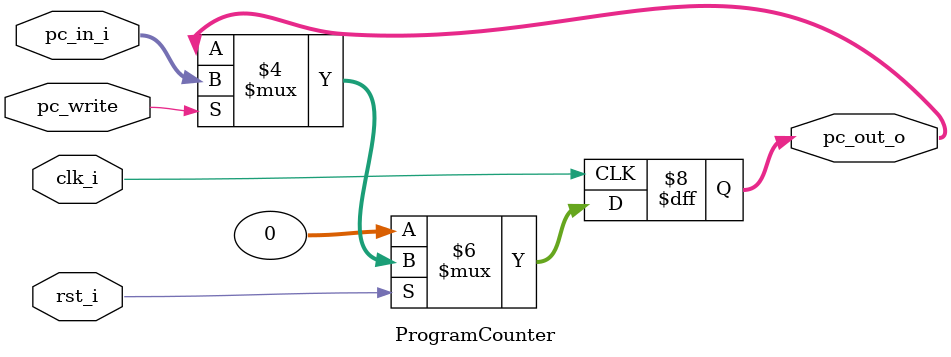
<source format=v>

module ProgramCounter(
    clk_i,
	rst_i,
	pc_write,
	pc_in_i,
	pc_out_o
	);
     
//I/O ports
input clk_i;
input rst_i;
input [32-1:0] pc_in_i;
input pc_write;

output [32-1:0] pc_out_o;
 
//Internal Signals
reg    [32-1:0] pc_out_o;
 
//Parameter

    
//Main function
always @(posedge clk_i) begin
    if(~rst_i)
	    pc_out_o <= 0;
	else
	    pc_out_o <= (pc_write == 1'b1) ? pc_in_i : pc_out_o;
end

endmodule



                    
                    
</source>
